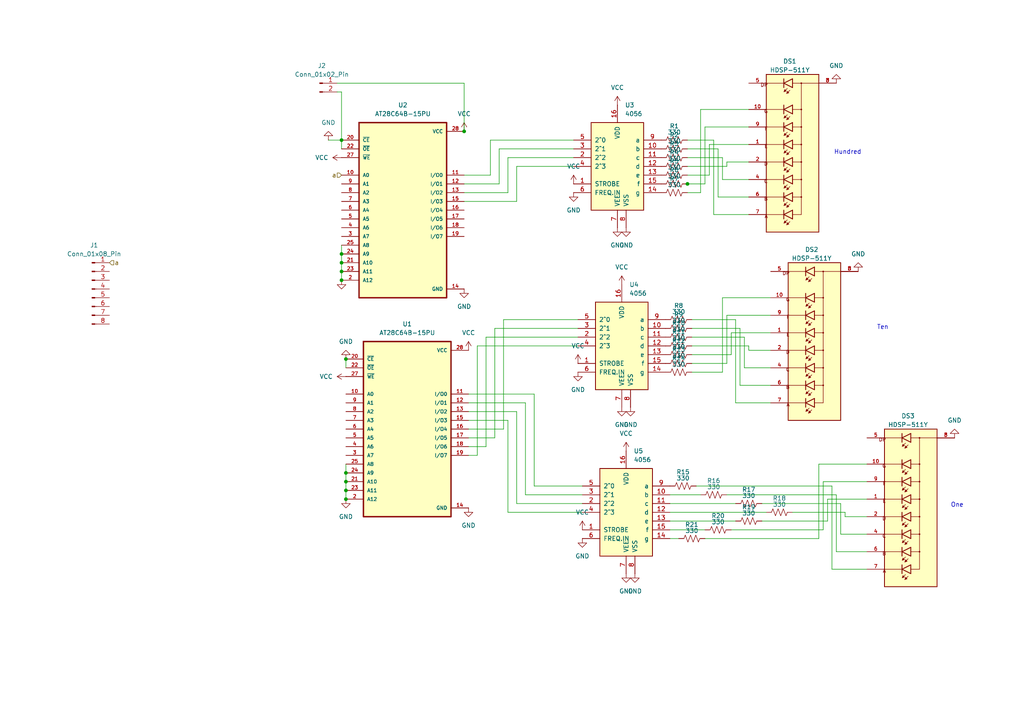
<source format=kicad_sch>
(kicad_sch (version 20231120) (generator "eeschema") (generator_version "8.0")
  (paper "A4")
  (lib_symbols
    (symbol "4xxx:4056" (pin_names (offset 1.016))
      (property "Reference" "U" (at -7.62 13.97 0))
      (property "Value" "4056" (at -7.62 -13.97 0))
      (symbol "4056_1_0"
        (pin input line (at -12.7 -5.08 0) (length 5.08) (name "STROBE") (number "1"))
        (pin output line (at 12.7 5.08 180) (length 5.08) (name "b") (number "10"))
        (pin output line (at 12.7 2.54 180) (length 5.08) (name "c") (number "11"))
        (pin output line (at 12.7 0 180) (length 5.08) (name "d") (number "12"))
        (pin output line (at 12.7 -2.54 180) (length 5.08) (name "e") (number "13"))
        (pin output line (at 12.7 -7.62 180) (length 5.08) (name "g") (number "14"))
        (pin output line (at 12.7 -5.08 180) (length 5.08) (name "f") (number "15"))
        (pin power_in line (at 0 17.78 270) (length 5.08) (name "VDD") (number "16"))
        (pin input line (at -12.7 2.54 0) (length 5.08) (name "2^2") (number "2"))
        (pin input line (at -12.7 5.08 0) (length 5.08) (name "2^1") (number "3"))
        (pin input line (at -12.7 0 0) (length 5.08) (name "2^3") (number "4"))
        (pin input line (at -12.7 7.62 0) (length 5.08) (name "2^0") (number "5"))
        (pin input line (at -12.7 -7.62 0) (length 5.08) (name "FREQ.IN") (number "6"))
        (pin power_in line (at 0 -17.78 90) (length 5.08) (name "VEE") (number "7"))
        (pin power_in line (at 2.54 -17.78 90) (length 5.08) (name "VSS") (number "8"))
        (pin output line (at 12.7 7.62 180) (length 5.08) (name "a") (number "9"))
      )
      (symbol "4056_1_1"
        (rectangle (start -7.62 12.7) (end 7.62 -12.7) (stroke (width 0.254)) (fill (type background)))
      )
    )
    (symbol "AT28C64B-15PU:AT28C64B-15PU" (pin_names (offset 1.016))
      (property "Reference" "U" (at -12.7 26.4 0))
      (property "Value" "AT28C64B-15PU" (at -12.7 -29.4 0))
      (symbol "AT28C64B-15PU_0_0"
        (rectangle (start -12.7 -25.4) (end 12.7 25.4) (stroke (width 0.41)) (fill (type background)))
        (pin input line (at -17.78 10.16 0) (length 5.08) (name "A0") (number "10"))
        (pin bidirectional line (at 17.78 10.16 180) (length 5.08) (name "I/O0") (number "11"))
        (pin bidirectional line (at 17.78 7.62 180) (length 5.08) (name "I/O1") (number "12"))
        (pin bidirectional line (at 17.78 5.08 180) (length 5.08) (name "I/O2") (number "13"))
        (pin power_in line (at 17.78 -22.86 180) (length 5.08) (name "GND") (number "14"))
        (pin bidirectional line (at 17.78 2.54 180) (length 5.08) (name "I/O3") (number "15"))
        (pin bidirectional line (at 17.78 0 180) (length 5.08) (name "I/O4") (number "16"))
        (pin bidirectional line (at 17.78 -2.54 180) (length 5.08) (name "I/O5") (number "17"))
        (pin bidirectional line (at 17.78 -5.08 180) (length 5.08) (name "I/O6") (number "18"))
        (pin bidirectional line (at 17.78 -7.62 180) (length 5.08) (name "I/O7") (number "19"))
        (pin input line (at -17.78 -20.32 0) (length 5.08) (name "A12") (number "2"))
        (pin input line (at -17.78 20.32 0) (length 5.08) (name "~{CE}") (number "20"))
        (pin input line (at -17.78 -15.24 0) (length 5.08) (name "A10") (number "21"))
        (pin input line (at -17.78 17.78 0) (length 5.08) (name "~{OE}") (number "22"))
        (pin input line (at -17.78 -17.78 0) (length 5.08) (name "A11") (number "23"))
        (pin input line (at -17.78 -12.7 0) (length 5.08) (name "A9") (number "24"))
        (pin input line (at -17.78 -10.16 0) (length 5.08) (name "A8") (number "25"))
        (pin input line (at -17.78 15.24 0) (length 5.08) (name "~{WE}") (number "27"))
        (pin power_in line (at 17.78 22.86 180) (length 5.08) (name "VCC") (number "28"))
        (pin input line (at -17.78 -7.62 0) (length 5.08) (name "A7") (number "3"))
        (pin input line (at -17.78 -5.08 0) (length 5.08) (name "A6") (number "4"))
        (pin input line (at -17.78 -2.54 0) (length 5.08) (name "A5") (number "5"))
        (pin input line (at -17.78 0 0) (length 5.08) (name "A4") (number "6"))
        (pin input line (at -17.78 2.54 0) (length 5.08) (name "A3") (number "7"))
        (pin input line (at -17.78 5.08 0) (length 5.08) (name "A2") (number "8"))
        (pin input line (at -17.78 7.62 0) (length 5.08) (name "A1") (number "9"))
      )
    )
    (symbol "Connector:Conn_01x02_Pin" (pin_names (offset 1.016) hide)
      (property "Reference" "J" (at 0 2.54 0))
      (property "Value" "Conn_01x02_Pin" (at 0 -5.08 0))
      (symbol "Conn_01x02_Pin_1_1"
        (polyline (pts (xy 1.27 -2.54) (xy 0.8636 -2.54)) (stroke (width 0.1524)))
        (polyline (pts (xy 1.27 0) (xy 0.8636 0)) (stroke (width 0.1524)))
        (rectangle (start 0.8636 -2.413) (end 0 -2.667) (stroke (width 0.1524)) (fill (type outline)))
        (rectangle (start 0.8636 0.127) (end 0 -0.127) (stroke (width 0.1524)) (fill (type outline)))
        (pin passive line (at 5.08 0 180) (length 3.81) (name "Pin_1") (number "1"))
        (pin passive line (at 5.08 -2.54 180) (length 3.81) (name "Pin_2") (number "2"))
      )
    )
    (symbol "Connector:Conn_01x08_Pin" (pin_names (offset 1.016) hide)
      (property "Reference" "J" (at 0 10.16 0))
      (property "Value" "Conn_01x08_Pin" (at 0 -12.7 0))
      (symbol "Conn_01x08_Pin_1_1"
        (polyline (pts (xy 1.27 -10.16) (xy 0.8636 -10.16)) (stroke (width 0.1524)))
        (polyline (pts (xy 1.27 -7.62) (xy 0.8636 -7.62)) (stroke (width 0.1524)))
        (polyline (pts (xy 1.27 -5.08) (xy 0.8636 -5.08)) (stroke (width 0.1524)))
        (polyline (pts (xy 1.27 -2.54) (xy 0.8636 -2.54)) (stroke (width 0.1524)))
        (polyline (pts (xy 1.27 0) (xy 0.8636 0)) (stroke (width 0.1524)))
        (polyline (pts (xy 1.27 2.54) (xy 0.8636 2.54)) (stroke (width 0.1524)))
        (polyline (pts (xy 1.27 5.08) (xy 0.8636 5.08)) (stroke (width 0.1524)))
        (polyline (pts (xy 1.27 7.62) (xy 0.8636 7.62)) (stroke (width 0.1524)))
        (rectangle (start 0.8636 -10.033) (end 0 -10.287) (stroke (width 0.1524)) (fill (type outline)))
        (rectangle (start 0.8636 -7.493) (end 0 -7.747) (stroke (width 0.1524)) (fill (type outline)))
        (rectangle (start 0.8636 -4.953) (end 0 -5.207) (stroke (width 0.1524)) (fill (type outline)))
        (rectangle (start 0.8636 -2.413) (end 0 -2.667) (stroke (width 0.1524)) (fill (type outline)))
        (rectangle (start 0.8636 0.127) (end 0 -0.127) (stroke (width 0.1524)) (fill (type outline)))
        (rectangle (start 0.8636 2.667) (end 0 2.413) (stroke (width 0.1524)) (fill (type outline)))
        (rectangle (start 0.8636 5.207) (end 0 4.953) (stroke (width 0.1524)) (fill (type outline)))
        (rectangle (start 0.8636 7.747) (end 0 7.493) (stroke (width 0.1524)) (fill (type outline)))
        (pin passive line (at 5.08 7.62 180) (length 3.81) (name "Pin_1") (number "1"))
        (pin passive line (at 5.08 5.08 180) (length 3.81) (name "Pin_2") (number "2"))
        (pin passive line (at 5.08 2.54 180) (length 3.81) (name "Pin_3") (number "3"))
        (pin passive line (at 5.08 0 180) (length 3.81) (name "Pin_4") (number "4"))
        (pin passive line (at 5.08 -2.54 180) (length 3.81) (name "Pin_5") (number "5"))
        (pin passive line (at 5.08 -5.08 180) (length 3.81) (name "Pin_6") (number "6"))
        (pin passive line (at 5.08 -7.62 180) (length 3.81) (name "Pin_7") (number "7"))
        (pin passive line (at 5.08 -10.16 180) (length 3.81) (name "Pin_8") (number "8"))
      )
    )
    (symbol "Device:R_US" (pin_numbers hide) (pin_names (offset 0))
      (property "Reference" "R" (at 2.54 0 90))
      (property "Value" "R_US" (at -2.54 0 90))
      (symbol "R_US_0_1"
        (polyline (pts (xy 0 -2.286) (xy 0 -2.54)))
        (polyline (pts (xy 0 2.286) (xy 0 2.54)))
        (polyline (pts (xy 0 -0.762) (xy 1.016 -1.143) (xy 0 -1.524) (xy -1.016 -1.905) (xy 0 -2.286)))
        (polyline (pts (xy 0 0.762) (xy 1.016 0.381) (xy 0 0) (xy -1.016 -0.381) (xy 0 -0.762)))
        (polyline (pts (xy 0 2.286) (xy 1.016 1.905) (xy 0 1.524) (xy -1.016 1.143) (xy 0 0.762)))
      )
      (symbol "R_US_1_1"
        (pin passive line (at 0 3.81 270) (length 1.27) (name "~") (number "1"))
        (pin passive line (at 0 -3.81 90) (length 1.27) (name "~") (number "2"))
      )
    )
    (symbol "HDSP-511Y:HDSP-511Y" (pin_names (offset 1.016))
      (property "Reference" "DS" (at -7.62 24.13 0))
      (property "Value" "HDSP-511Y" (at -7.62 -24.13 0))
      (symbol "HDSP-511Y_0_0"
        (rectangle (start -7.62 -22.86) (end 7.62 22.86) (stroke (width 0.254)) (fill (type background)))
        (circle (center -2.54 -20.32) (radius 0.1524) (stroke (width 0.1778)))
        (circle (center -2.54 -12.7) (radius 0.1524) (stroke (width 0.1778)))
        (circle (center -2.54 -7.62) (radius 0.1524) (stroke (width 0.1778)))
        (circle (center -2.54 -2.54) (radius 0.1524) (stroke (width 0.1778)))
        (circle (center -2.54 2.54) (radius 0.1524) (stroke (width 0.1778)))
        (circle (center -2.54 7.62) (radius 0.1524) (stroke (width 0.1778)))
        (circle (center -2.54 12.7) (radius 0.1524) (stroke (width 0.1778)))
        (polyline (pts (xy -2.54 -20.32) (xy -7.62 -20.32)) (stroke (width 0.1524)))
        (polyline (pts (xy -2.54 17.78) (xy -2.54 -20.32)) (stroke (width 0.1524)))
        (polyline (pts (xy 0 -21.59) (xy 2.54 -20.32)) (stroke (width 0.254)))
        (polyline (pts (xy 0 -20.32) (xy -2.54 -20.32)) (stroke (width 0.1524)))
        (polyline (pts (xy 0 -19.05) (xy 0 -21.59)) (stroke (width 0.254)))
        (polyline (pts (xy 0 -13.97) (xy 2.54 -12.7)) (stroke (width 0.254)))
        (polyline (pts (xy 0 -12.7) (xy -2.54 -12.7)) (stroke (width 0.1524)))
        (polyline (pts (xy 0 -11.43) (xy 0 -13.97)) (stroke (width 0.254)))
        (polyline (pts (xy 0 -8.89) (xy 2.54 -7.62)) (stroke (width 0.254)))
        (polyline (pts (xy 0 -7.62) (xy -2.54 -7.62)) (stroke (width 0.1524)))
        (polyline (pts (xy 0 -6.35) (xy 0 -8.89)) (stroke (width 0.254)))
        (polyline (pts (xy 0 -3.81) (xy 2.54 -2.54)) (stroke (width 0.254)))
        (polyline (pts (xy 0 -2.54) (xy -2.54 -2.54)) (stroke (width 0.1524)))
        (polyline (pts (xy 0 -1.27) (xy 0 -3.81)) (stroke (width 0.254)))
        (polyline (pts (xy 0 1.27) (xy 2.54 2.54)) (stroke (width 0.254)))
        (polyline (pts (xy 0 2.54) (xy -2.54 2.54)) (stroke (width 0.1524)))
        (polyline (pts (xy 0 3.81) (xy 0 1.27)) (stroke (width 0.254)))
        (polyline (pts (xy 0 6.35) (xy 2.54 7.62)) (stroke (width 0.254)))
        (polyline (pts (xy 0 7.62) (xy -2.54 7.62)) (stroke (width 0.1524)))
        (polyline (pts (xy 0 8.89) (xy 0 6.35)) (stroke (width 0.254)))
        (polyline (pts (xy 0 11.43) (xy 2.54 12.7)) (stroke (width 0.254)))
        (polyline (pts (xy 0 12.7) (xy -2.54 12.7)) (stroke (width 0.1524)))
        (polyline (pts (xy 0 13.97) (xy 0 11.43)) (stroke (width 0.254)))
        (polyline (pts (xy 0 16.51) (xy 2.54 17.78)) (stroke (width 0.254)))
        (polyline (pts (xy 0 17.78) (xy -2.54 17.78)) (stroke (width 0.1524)))
        (polyline (pts (xy 0 19.05) (xy 0 16.51)) (stroke (width 0.254)))
        (polyline (pts (xy 0.762 -18.288) (xy 1.27 -17.78)) (stroke (width 0.1524)))
        (polyline (pts (xy 0.762 -10.668) (xy 1.27 -10.16)) (stroke (width 0.1524)))
        (polyline (pts (xy 0.762 -5.588) (xy 1.27 -5.08)) (stroke (width 0.1524)))
        (polyline (pts (xy 0.762 -0.508) (xy 1.27 0)) (stroke (width 0.1524)))
        (polyline (pts (xy 0.762 4.572) (xy 1.27 5.08)) (stroke (width 0.1524)))
        (polyline (pts (xy 0.762 9.652) (xy 1.27 10.16)) (stroke (width 0.1524)))
        (polyline (pts (xy 0.762 14.732) (xy 1.27 15.24)) (stroke (width 0.1524)))
        (polyline (pts (xy 0.762 19.812) (xy 1.27 20.32)) (stroke (width 0.1524)))
        (polyline (pts (xy 1.524 -18.796) (xy 2.032 -18.288)) (stroke (width 0.1524)))
        (polyline (pts (xy 1.524 -11.176) (xy 2.032 -10.668)) (stroke (width 0.1524)))
        (polyline (pts (xy 1.524 -6.096) (xy 2.032 -5.588)) (stroke (width 0.1524)))
        (polyline (pts (xy 1.524 -1.016) (xy 2.032 -0.508)) (stroke (width 0.1524)))
        (polyline (pts (xy 1.524 4.064) (xy 2.032 4.572)) (stroke (width 0.1524)))
        (polyline (pts (xy 1.524 9.144) (xy 2.032 9.652)) (stroke (width 0.1524)))
        (polyline (pts (xy 1.524 14.224) (xy 2.032 14.732)) (stroke (width 0.1524)))
        (polyline (pts (xy 1.524 19.304) (xy 2.032 19.812)) (stroke (width 0.1524)))
        (polyline (pts (xy 2.54 -20.32) (xy 0 -19.05)) (stroke (width 0.254)))
        (polyline (pts (xy 2.54 -20.32) (xy 2.54 -21.59)) (stroke (width 0.254)))
        (polyline (pts (xy 2.54 -19.05) (xy 2.54 -20.32)) (stroke (width 0.254)))
        (polyline (pts (xy 2.54 -12.7) (xy 0 -11.43)) (stroke (width 0.254)))
        (polyline (pts (xy 2.54 -12.7) (xy 2.54 -13.97)) (stroke (width 0.254)))
        (polyline (pts (xy 2.54 -11.43) (xy 2.54 -12.7)) (stroke (width 0.254)))
        (polyline (pts (xy 2.54 -7.62) (xy 0 -6.35)) (stroke (width 0.254)))
        (polyline (pts (xy 2.54 -7.62) (xy 2.54 -8.89)) (stroke (width 0.254)))
        (polyline (pts (xy 2.54 -6.35) (xy 2.54 -7.62)) (stroke (width 0.254)))
        (polyline (pts (xy 2.54 -2.54) (xy 0 -1.27)) (stroke (width 0.254)))
        (polyline (pts (xy 2.54 -2.54) (xy 2.54 -3.81)) (stroke (width 0.254)))
        (polyline (pts (xy 2.54 -1.27) (xy 2.54 -2.54)) (stroke (width 0.254)))
        (polyline (pts (xy 2.54 2.54) (xy 0 3.81)) (stroke (width 0.254)))
        (polyline (pts (xy 2.54 2.54) (xy 2.54 1.27)) (stroke (width 0.254)))
        (polyline (pts (xy 2.54 3.81) (xy 2.54 2.54)) (stroke (width 0.254)))
        (polyline (pts (xy 2.54 7.62) (xy 0 8.89)) (stroke (width 0.254)))
        (polyline (pts (xy 2.54 7.62) (xy 2.54 6.35)) (stroke (width 0.254)))
        (polyline (pts (xy 2.54 8.89) (xy 2.54 7.62)) (stroke (width 0.254)))
        (polyline (pts (xy 2.54 12.7) (xy 0 13.97)) (stroke (width 0.254)))
        (polyline (pts (xy 2.54 12.7) (xy 2.54 11.43)) (stroke (width 0.254)))
        (polyline (pts (xy 2.54 13.97) (xy 2.54 12.7)) (stroke (width 0.254)))
        (polyline (pts (xy 2.54 17.78) (xy 0 19.05)) (stroke (width 0.254)))
        (polyline (pts (xy 2.54 17.78) (xy 2.54 16.51)) (stroke (width 0.254)))
        (polyline (pts (xy 2.54 19.05) (xy 2.54 17.78)) (stroke (width 0.254)))
        (polyline (pts (xy 7.62 -20.32) (xy 2.54 -20.32)) (stroke (width 0.1524)))
        (polyline (pts (xy 7.62 -12.7) (xy 2.54 -12.7)) (stroke (width 0.1524)))
        (polyline (pts (xy 7.62 -7.62) (xy 2.54 -7.62)) (stroke (width 0.1524)))
        (polyline (pts (xy 7.62 -2.54) (xy 2.54 -2.54)) (stroke (width 0.1524)))
        (polyline (pts (xy 7.62 2.54) (xy 2.54 2.54)) (stroke (width 0.1524)))
        (polyline (pts (xy 7.62 7.62) (xy 2.54 7.62)) (stroke (width 0.1524)))
        (polyline (pts (xy 7.62 12.7) (xy 2.54 12.7)) (stroke (width 0.1524)))
        (polyline (pts (xy 7.62 17.78) (xy 2.54 17.78)) (stroke (width 0.1524)))
        (polyline (pts (xy 1.016 -17.526) (xy 1.524 -18.034) (xy 1.778 -17.272) (xy 1.016 -17.526)) (stroke (width 0.0254)) (fill (type outline)))
        (polyline (pts (xy 1.016 -9.906) (xy 1.524 -10.414) (xy 1.778 -9.652) (xy 1.016 -9.906)) (stroke (width 0.0254)) (fill (type outline)))
        (polyline (pts (xy 1.016 -4.826) (xy 1.524 -5.334) (xy 1.778 -4.572) (xy 1.016 -4.826)) (stroke (width 0.0254)) (fill (type outline)))
        (polyline (pts (xy 1.016 0.254) (xy 1.524 -0.254) (xy 1.778 0.508) (xy 1.016 0.254)) (stroke (width 0.0254)) (fill (type outline)))
        (polyline (pts (xy 1.016 5.334) (xy 1.524 4.826) (xy 1.778 5.588) (xy 1.016 5.334)) (stroke (width 0.0254)) (fill (type outline)))
        (polyline (pts (xy 1.016 10.414) (xy 1.524 9.906) (xy 1.778 10.668) (xy 1.016 10.414)) (stroke (width 0.0254)) (fill (type outline)))
        (polyline (pts (xy 1.016 15.494) (xy 1.524 14.986) (xy 1.778 15.748) (xy 1.016 15.494)) (stroke (width 0.0254)) (fill (type outline)))
        (polyline (pts (xy 1.016 20.574) (xy 1.524 20.066) (xy 1.778 20.828) (xy 1.016 20.574)) (stroke (width 0.0254)) (fill (type outline)))
        (polyline (pts (xy 1.778 -18.034) (xy 2.286 -18.542) (xy 2.54 -17.78) (xy 1.778 -18.034)) (stroke (width 0.0254)) (fill (type outline)))
        (polyline (pts (xy 1.778 -10.414) (xy 2.286 -10.922) (xy 2.54 -10.16) (xy 1.778 -10.414)) (stroke (width 0.0254)) (fill (type outline)))
        (polyline (pts (xy 1.778 -5.334) (xy 2.286 -5.842) (xy 2.54 -5.08) (xy 1.778 -5.334)) (stroke (width 0.0254)) (fill (type outline)))
        (polyline (pts (xy 1.778 -0.254) (xy 2.286 -0.762) (xy 2.54 0) (xy 1.778 -0.254)) (stroke (width 0.0254)) (fill (type outline)))
        (polyline (pts (xy 1.778 4.826) (xy 2.286 4.318) (xy 2.54 5.08) (xy 1.778 4.826)) (stroke (width 0.0254)) (fill (type outline)))
        (polyline (pts (xy 1.778 9.906) (xy 2.286 9.398) (xy 2.54 10.16) (xy 1.778 9.906)) (stroke (width 0.0254)) (fill (type outline)))
        (polyline (pts (xy 1.778 14.986) (xy 2.286 14.478) (xy 2.54 15.24) (xy 1.778 14.986)) (stroke (width 0.0254)) (fill (type outline)))
        (polyline (pts (xy 1.778 20.066) (xy 2.286 19.558) (xy 2.54 20.32) (xy 1.778 20.066)) (stroke (width 0.0254)) (fill (type outline)))
        (text "A" (at 7.112 18.288 0) (effects (font (size 1.016 1.016)) (justify left)))
        (text "B" (at 7.112 13.208 0) (effects (font (size 1.016 1.016)) (justify left)))
        (text "C" (at 7.112 8.128 0) (effects (font (size 1.016 1.016)) (justify left)))
        (text "D" (at 7.112 3.048 0) (effects (font (size 1.016 1.016)) (justify left)))
        (text "DP" (at 7.112 -19.812 0) (effects (font (size 1.016 1.016)) (justify left)))
        (text "E" (at 7.112 -2.032 0) (effects (font (size 1.016 1.016)) (justify left)))
        (text "F" (at 7.112 -7.112 0) (effects (font (size 1.016 1.016)) (justify left)))
        (text "G" (at 7.112 -12.192 0) (effects (font (size 1.016 1.016)) (justify left)))
        (pin passive line (at 12.7 -2.54 180) (length 5.08) (name "~") (number "1"))
        (pin passive line (at 12.7 -12.7 180) (length 5.08) (name "~") (number "10"))
        (pin passive line (at 12.7 2.54 180) (length 5.08) (name "~") (number "2"))
        (pin passive line (at -12.7 -20.32 0) (length 5.08) (name "~") (number "3"))
        (pin passive line (at 12.7 7.62 180) (length 5.08) (name "~") (number "4"))
        (pin passive line (at 12.7 -20.32 180) (length 5.08) (name "~") (number "5"))
        (pin passive line (at 12.7 12.7 180) (length 5.08) (name "~") (number "6"))
        (pin passive line (at 12.7 17.78 180) (length 5.08) (name "~") (number "7"))
        (pin passive line (at -12.7 -20.32 0) (length 5.08) (name "~") (number "8"))
        (pin passive line (at 12.7 -7.62 180) (length 5.08) (name "~") (number "9"))
      )
    )
    (symbol "power:GND" (power) (pin_numbers hide) (pin_names (offset 0) hide)
      (property "Value" "GND" (at 0 -3.81 0))
      (symbol "GND_0_1"
        (polyline (pts (xy 0 0) (xy 0 -1.27) (xy 1.27 -1.27) (xy 0 -2.54) (xy -1.27 -1.27) (xy 0 -1.27)))
      )
      (symbol "GND_1_1"
        (pin power_in line (at 0 0 270) (length 0) (name "~") (number "1"))
      )
    )
    (symbol "power:VCC" (power) (pin_numbers hide) (pin_names (offset 0) hide)
      (property "Value" "VCC" (at 0 3.556 0))
      (symbol "VCC_0_1"
        (polyline (pts (xy -0.762 1.27) (xy 0 2.54)))
        (polyline (pts (xy 0 0) (xy 0 2.54)))
        (polyline (pts (xy 0 2.54) (xy 0.762 1.27)))
      )
      (symbol "VCC_1_1"
        (pin power_in line (at 0 0 90) (length 0) (name "~") (number "1"))
      )
    )
  )
  (junction (at 134.62 38.1))
  (junction (at 100.33 104.14))
  (junction (at 99.06 81.28))
  (junction (at 199.39 53.34))
  (junction (at 99.06 40.64))
  (junction (at 99.06 73.66))
  (junction (at 100.33 144.78))
  (junction (at 100.33 142.24))
  (junction (at 99.06 76.2))
  (junction (at 100.33 137.16))
  (junction (at 99.06 78.74))
  (junction (at 100.33 139.7))
  (wire (pts (xy 194.31 156.21) (xy 196.85 156.21)))
  (wire (pts (xy 210.82 46.99) (xy 217.17 46.99)))
  (wire (pts (xy 210.82 105.41) (xy 210.82 91.44)))
  (wire (pts (xy 135.89 124.46) (xy 146.05 124.46)))
  (wire (pts (xy 147.32 55.88) (xy 147.32 45.72)))
  (wire (pts (xy 209.55 86.36) (xy 223.52 86.36)))
  (wire (pts (xy 200.66 92.71) (xy 213.36 92.71)))
  (wire (pts (xy 200.66 100.33) (xy 217.17 100.33)))
  (wire (pts (xy 135.89 127) (xy 143.51 127)))
  (wire (pts (xy 140.97 97.79) (xy 167.64 97.79)))
  (wire (pts (xy 207.01 40.64) (xy 207.01 62.23)))
  (wire (pts (xy 209.55 107.95) (xy 209.55 86.36)))
  (wire (pts (xy 138.43 132.08) (xy 138.43 100.33)))
  (wire (pts (xy 147.32 121.92) (xy 147.32 148.59)))
  (wire (pts (xy 209.55 45.72) (xy 209.55 52.07)))
  (wire (pts (xy 134.62 58.42) (xy 149.86 58.42)))
  (wire (pts (xy 149.86 58.42) (xy 149.86 48.26)))
  (wire (pts (xy 220.98 151.13) (xy 240.03 151.13)))
  (wire (pts (xy 199.39 55.88) (xy 203.2 55.88)))
  (wire (pts (xy 207.01 62.23) (xy 217.17 62.23)))
  (wire (pts (xy 152.4 116.84) (xy 152.4 143.51)))
  (wire (pts (xy 215.9 97.79) (xy 215.9 106.68)))
  (wire (pts (xy 138.43 132.08) (xy 135.89 132.08)))
  (wire (pts (xy 208.28 43.18) (xy 208.28 57.15)))
  (wire (pts (xy 199.39 40.64) (xy 207.01 40.64)))
  (wire (pts (xy 245.11 149.86) (xy 251.46 149.86)))
  (wire (pts (xy 200.66 102.87) (xy 212.09 102.87)))
  (wire (pts (xy 204.47 36.83) (xy 217.17 36.83)))
  (wire (pts (xy 194.31 151.13) (xy 213.36 151.13)))
  (wire (pts (xy 99.06 40.64) (xy 99.06 26.67)))
  (wire (pts (xy 135.89 116.84) (xy 152.4 116.84)))
  (wire (pts (xy 200.66 97.79) (xy 215.9 97.79)))
  (wire (pts (xy 200.66 105.41) (xy 210.82 105.41)))
  (wire (pts (xy 213.36 116.84) (xy 223.52 116.84)))
  (wire (pts (xy 99.06 26.67) (xy 97.79 26.67)))
  (wire (pts (xy 99.06 73.66) (xy 99.06 76.2)))
  (wire (pts (xy 100.33 142.24) (xy 100.33 144.78)))
  (wire (pts (xy 134.62 55.88) (xy 147.32 55.88)))
  (wire (pts (xy 140.97 129.54) (xy 140.97 97.79)))
  (wire (pts (xy 238.76 153.67) (xy 238.76 139.7)))
  (wire (pts (xy 134.62 53.34) (xy 144.78 53.34)))
  (wire (pts (xy 100.33 104.14) (xy 100.33 106.68)))
  (wire (pts (xy 205.74 50.8) (xy 205.74 41.91)))
  (wire (pts (xy 214.63 111.76) (xy 223.52 111.76)))
  (wire (pts (xy 210.82 91.44) (xy 223.52 91.44)))
  (wire (pts (xy 99.06 71.12) (xy 99.06 73.66)))
  (wire (pts (xy 147.32 45.72) (xy 166.37 45.72)))
  (wire (pts (xy 240.03 144.78) (xy 251.46 144.78)))
  (wire (pts (xy 200.66 95.25) (xy 214.63 95.25)))
  (wire (pts (xy 217.17 101.6) (xy 223.52 101.6)))
  (wire (pts (xy 100.33 137.16) (xy 100.33 139.7)))
  (wire (pts (xy 237.49 156.21) (xy 237.49 134.62)))
  (wire (pts (xy 144.78 43.18) (xy 166.37 43.18)))
  (wire (pts (xy 243.84 146.05) (xy 243.84 154.94)))
  (wire (pts (xy 154.94 140.97) (xy 168.91 140.97)))
  (wire (pts (xy 212.09 153.67) (xy 238.76 153.67)))
  (wire (pts (xy 135.89 114.3) (xy 154.94 114.3)))
  (wire (pts (xy 199.2755 53.34) (xy 199.39 53.34)))
  (wire (pts (xy 100.33 134.62) (xy 100.33 137.16)))
  (wire (pts (xy 134.62 50.8) (xy 142.24 50.8)))
  (wire (pts (xy 199.39 45.72) (xy 209.55 45.72)))
  (wire (pts (xy 229.87 148.59) (xy 245.11 148.59)))
  (wire (pts (xy 194.31 148.59) (xy 222.25 148.59)))
  (wire (pts (xy 220.98 146.05) (xy 243.84 146.05)))
  (wire (pts (xy 149.86 146.05) (xy 168.91 146.05)))
  (wire (pts (xy 214.63 95.25) (xy 214.63 111.76)))
  (wire (pts (xy 144.78 53.34) (xy 144.78 43.18)))
  (wire (pts (xy 147.32 148.59) (xy 168.91 148.59)))
  (wire (pts (xy 142.24 50.8) (xy 142.24 40.64)))
  (wire (pts (xy 146.05 92.71) (xy 167.64 92.71)))
  (wire (pts (xy 243.84 154.94) (xy 251.46 154.94)))
  (wire (pts (xy 99.06 40.64) (xy 99.06 43.18)))
  (wire (pts (xy 154.94 114.3) (xy 154.94 140.97)))
  (wire (pts (xy 201.93 140.97) (xy 241.3 140.97)))
  (wire (pts (xy 100.33 139.7) (xy 100.33 142.24)))
  (wire (pts (xy 143.51 127) (xy 143.51 95.25)))
  (wire (pts (xy 149.86 48.26) (xy 166.37 48.26)))
  (wire (pts (xy 212.09 102.87) (xy 212.09 96.52)))
  (wire (pts (xy 99.06 78.74) (xy 99.06 81.28)))
  (wire (pts (xy 135.89 119.38) (xy 149.86 119.38)))
  (wire (pts (xy 134.62 38.1) (xy 134.62 24.13)))
  (wire (pts (xy 204.47 53.34) (xy 204.47 36.83)))
  (wire (pts (xy 217.17 100.33) (xy 217.17 101.6)))
  (wire (pts (xy 242.57 160.02) (xy 251.46 160.02)))
  (wire (pts (xy 213.36 92.71) (xy 213.36 116.84)))
  (wire (pts (xy 199.39 50.8) (xy 205.74 50.8)))
  (wire (pts (xy 200.66 107.95) (xy 209.55 107.95)))
  (wire (pts (xy 199.39 43.18) (xy 208.28 43.18)))
  (wire (pts (xy 204.47 156.21) (xy 237.49 156.21)))
  (wire (pts (xy 95.25 40.64) (xy 99.06 40.64)))
  (wire (pts (xy 205.74 41.91) (xy 217.17 41.91)))
  (wire (pts (xy 241.3 165.1) (xy 251.46 165.1)))
  (wire (pts (xy 212.09 96.52) (xy 223.52 96.52)))
  (wire (pts (xy 194.31 153.67) (xy 204.47 153.67)))
  (wire (pts (xy 199.39 48.26) (xy 210.82 48.26)))
  (wire (pts (xy 242.57 143.51) (xy 242.57 160.02)))
  (wire (pts (xy 203.2 55.88) (xy 203.2 31.75)))
  (wire (pts (xy 199.39 53.34) (xy 204.47 53.34)))
  (wire (pts (xy 143.51 95.25) (xy 167.64 95.25)))
  (wire (pts (xy 140.97 129.54) (xy 135.89 129.54)))
  (wire (pts (xy 238.76 139.7) (xy 251.46 139.7)))
  (wire (pts (xy 240.03 151.13) (xy 240.03 144.78)))
  (wire (pts (xy 209.55 52.07) (xy 217.17 52.07)))
  (wire (pts (xy 241.3 140.97) (xy 241.3 165.1)))
  (wire (pts (xy 210.82 46.99) (xy 210.82 48.26)))
  (wire (pts (xy 146.05 124.46) (xy 146.05 92.71)))
  (wire (pts (xy 245.11 148.59) (xy 245.11 149.86)))
  (wire (pts (xy 97.79 24.13) (xy 134.62 24.13)))
  (wire (pts (xy 142.24 40.64) (xy 166.37 40.64)))
  (wire (pts (xy 215.9 106.68) (xy 223.52 106.68)))
  (wire (pts (xy 152.4 143.51) (xy 168.91 143.51)))
  (wire (pts (xy 203.2 31.75) (xy 217.17 31.75)))
  (wire (pts (xy 138.43 100.33) (xy 167.64 100.33)))
  (wire (pts (xy 194.31 146.05) (xy 213.36 146.05)))
  (wire (pts (xy 135.89 121.92) (xy 147.32 121.92)))
  (wire (pts (xy 237.49 134.62) (xy 251.46 134.62)))
  (wire (pts (xy 99.06 76.2) (xy 99.06 78.74)))
  (wire (pts (xy 194.31 143.51) (xy 203.2 143.51)))
  (wire (pts (xy 149.86 119.38) (xy 149.86 146.05)))
  (wire (pts (xy 210.82 143.51) (xy 242.57 143.51)))
  (wire (pts (xy 208.28 57.15) (xy 217.17 57.15)))
  (text "Ten" (at 256.032 94.996 0) (effects (font (size 1.27 1.27))))
  (text "One" (at 277.622 146.558 0) (effects (font (size 1.27 1.27))))
  (text "Hundred" (at 245.872 44.196 0) (effects (font (size 1.27 1.27))))
  (hierarchical_label "a" (shape input) (at 31.75 76.2 0))
  (hierarchical_label "a" (shape input) (at 99.06 50.8 180))
  (symbol (lib_id "Device:R_US") (at 200.66 156.21 90) (unit 1)
    (property "Reference" "R21" (at 200.66 152.146 90))
    (property "Value" "330" (at 200.66 153.924 90))
    (property "Footprint" "Resistor_THT:R_Axial_DIN0204_L3.6mm_D1.6mm_P1.90mm_Vertical" (effects (hide yes)))
    (property "Description" "Resistor, US symbol" (effects (hide yes)))
  )
  (symbol (lib_id "power:VCC") (at 166.37 53.34 0) (unit 1)
    (property "Reference" "#PWR026" (effects (hide yes)))
    (property "Value" "VCC" (at 166.37 48.26 0))
    (property "Description" "Power symbol creates a global label with name \"VCC\"" (effects (hide yes)))
  )
  (symbol (lib_id "AT28C64B-15PU:AT28C64B-15PU") (at 116.84 60.96 0) (unit 1)
    (property "Reference" "U2" (at 116.84 30.48 0))
    (property "Value" "AT28C64B-15PU" (at 116.84 33.02 0))
    (property "Footprint" "AT28C64B-15PU:DIP1555W45P254L3733H482Q28" (effects (hide yes)))
    (property "MF" "Microchip" (effects (hide yes)))
    (property "MAXIMUM_PACKAGE_HEIGHT" "4.826 mm" (effects (hide yes)))
    (property "Package" "DIP-28 Atmel" (effects (hide yes)))
    (property "Price" "None" (effects (hide yes)))
    (property "Check_prices" "https://www.snapeda.com/parts/AT28C64B-15PU/Microchip/view-part/?ref=eda" (effects (hide yes)))
    (property "STANDARD" "IPC 7351B" (effects (hide yes)))
    (property "PARTREV" "B" (effects (hide yes)))
    (property "SnapEDA_Link" "https://www.snapeda.com/parts/AT28C64B-15PU/Microchip/view-part/?ref=snap" (effects (hide yes)))
    (property "MP" "AT28C64B-15PU" (effects (hide yes)))
    (property "Description_1" "\n                        \n                            AT28C64B-15PU Parallel EEPROM Memory, 64kbit, 150ns, 4.5 to 5.5 V 28-Pin PDIP | Microchip Technology Inc. AT28C64B-15PU\n                        \n" (effects (hide yes)))
    (property "Availability" "In Stock" (effects (hide yes)))
    (property "MANUFACTURER" "Microchip Technology" (effects (hide yes)))
  )
  (symbol (lib_id "power:VCC") (at 135.89 101.6 0) (unit 1)
    (property "Reference" "#PWR07" (effects (hide yes)))
    (property "Value" "VCC" (at 135.89 96.52 0))
    (property "Description" "Power symbol creates a global label with name \"VCC\"" (effects (hide yes)))
  )
  (symbol (lib_id "power:GND") (at 242.57 24.13 180) (unit 1)
    (property "Reference" "#PWR011" (effects (hide yes)))
    (property "Value" "GND" (at 242.57 19.05 0))
    (property "Description" "Power symbol creates a global label with name \"GND\" , ground" (effects (hide yes)))
  )
  (symbol (lib_id "power:VCC") (at 181.61 130.81 0) (unit 1)
    (property "Reference" "#PWR022" (effects (hide yes)))
    (property "Value" "VCC" (at 181.61 125.73 0))
    (property "Description" "Power symbol creates a global label with name \"VCC\"" (effects (hide yes)))
  )
  (symbol (lib_id "power:GND") (at 135.89 147.32 0) (unit 1)
    (property "Reference" "#PWR04" (effects (hide yes)))
    (property "Value" "GND" (at 135.89 152.4 0))
    (property "Description" "Power symbol creates a global label with name \"GND\" , ground" (effects (hide yes)))
  )
  (symbol (lib_id "power:VCC") (at 99.06 45.72 90) (unit 1)
    (property "Reference" "#PWR016" (effects (hide yes)))
    (property "Value" "VCC" (at 95.25 45.7199 90) (effects (justify left)))
    (property "Description" "Power symbol creates a global label with name \"VCC\"" (effects (hide yes)))
  )
  (symbol (lib_id "Device:R_US") (at 196.85 97.79 90) (unit 1)
    (property "Reference" "R10" (at 196.85 93.726 90))
    (property "Value" "330" (at 196.85 95.504 90))
    (property "Footprint" "Resistor_THT:R_Axial_DIN0204_L3.6mm_D1.6mm_P1.90mm_Vertical" (effects (hide yes)))
    (property "Description" "Resistor, US symbol" (effects (hide yes)))
  )
  (symbol (lib_id "power:GND") (at 179.07 66.04 0) (unit 1)
    (property "Reference" "#PWR01" (effects (hide yes)))
    (property "Value" "GND" (at 179.07 71.12 0))
    (property "Description" "Power symbol creates a global label with name \"GND\" , ground" (effects (hide yes)))
  )
  (symbol (lib_id "Device:R_US") (at 195.58 40.64 90) (unit 1)
    (property "Reference" "R1" (at 195.58 36.576 90))
    (property "Value" "330" (at 195.58 38.354 90))
    (property "Footprint" "Resistor_THT:R_Axial_DIN0204_L3.6mm_D1.6mm_P1.90mm_Vertical" (effects (hide yes)))
    (property "Description" "Resistor, US symbol" (effects (hide yes)))
  )
  (symbol (lib_id "Device:R_US") (at 196.85 92.71 90) (unit 1)
    (property "Reference" "R8" (at 196.85 88.646 90))
    (property "Value" "330" (at 196.85 90.424 90))
    (property "Footprint" "Resistor_THT:R_Axial_DIN0204_L3.6mm_D1.6mm_P1.90mm_Vertical" (effects (hide yes)))
    (property "Description" "Resistor, US symbol" (effects (hide yes)))
  )
  (symbol (lib_id "power:GND") (at 168.91 156.21 0) (unit 1)
    (property "Reference" "#PWR023" (effects (hide yes)))
    (property "Value" "GND" (at 168.91 161.29 0))
    (property "Description" "Power symbol creates a global label with name \"GND\" , ground" (effects (hide yes)))
  )
  (symbol (lib_id "power:VCC") (at 168.91 153.67 0) (unit 1)
    (property "Reference" "#PWR028" (effects (hide yes)))
    (property "Value" "VCC" (at 168.91 148.59 0))
    (property "Description" "Power symbol creates a global label with name \"VCC\"" (effects (hide yes)))
  )
  (symbol (lib_id "Device:R_US") (at 195.58 50.8 90) (unit 1)
    (property "Reference" "R5" (at 195.58 46.736 90))
    (property "Value" "330" (at 195.58 48.514 90))
    (property "Footprint" "Resistor_THT:R_Axial_DIN0204_L3.6mm_D1.6mm_P1.90mm_Vertical" (effects (hide yes)))
    (property "Description" "Resistor, US symbol" (effects (hide yes)))
  )
  (symbol (lib_id "Device:R_US") (at 208.28 153.67 90) (unit 1)
    (property "Reference" "R20" (at 208.28 149.606 90))
    (property "Value" "330" (at 208.28 151.384 90))
    (property "Footprint" "Resistor_THT:R_Axial_DIN0204_L3.6mm_D1.6mm_P1.90mm_Vertical" (effects (hide yes)))
    (property "Description" "Resistor, US symbol" (effects (hide yes)))
  )
  (symbol (lib_id "Device:R_US") (at 195.58 55.88 90) (unit 1)
    (property "Reference" "R7" (at 195.58 51.816 90))
    (property "Value" "330" (at 195.58 53.594 90))
    (property "Footprint" "Resistor_THT:R_Axial_DIN0204_L3.6mm_D1.6mm_P1.90mm_Vertical" (effects (hide yes)))
    (property "Description" "Resistor, US symbol" (effects (hide yes)))
  )
  (symbol (lib_id "power:GND") (at 180.34 118.11 0) (unit 1)
    (property "Reference" "#PWR03" (effects (hide yes)))
    (property "Value" "GND" (at 180.34 123.19 0))
    (property "Description" "Power symbol creates a global label with name \"GND\" , ground" (effects (hide yes)))
  )
  (symbol (lib_id "power:GND") (at 248.92 78.74 180) (unit 1)
    (property "Reference" "#PWR018" (effects (hide yes)))
    (property "Value" "GND" (at 248.92 73.66 0))
    (property "Description" "Power symbol creates a global label with name \"GND\" , ground" (effects (hide yes)))
  )
  (symbol (lib_id "power:GND") (at 166.37 55.88 0) (unit 1)
    (property "Reference" "#PWR025" (effects (hide yes)))
    (property "Value" "GND" (at 166.37 60.96 0))
    (property "Description" "Power symbol creates a global label with name \"GND\" , ground" (effects (hide yes)))
  )
  (symbol (lib_id "power:VCC") (at 100.33 109.22 90) (unit 1)
    (property "Reference" "#PWR017" (effects (hide yes)))
    (property "Value" "VCC" (at 96.52 109.2199 90) (effects (justify left)))
    (property "Description" "Power symbol creates a global label with name \"VCC\"" (effects (hide yes)))
  )
  (symbol (lib_id "power:GND") (at 167.64 107.95 0) (unit 1)
    (property "Reference" "#PWR024" (effects (hide yes)))
    (property "Value" "GND" (at 167.64 113.03 0))
    (property "Description" "Power symbol creates a global label with name \"GND\" , ground" (effects (hide yes)))
  )
  (symbol (lib_id "Device:R_US") (at 207.01 143.51 90) (unit 1)
    (property "Reference" "R16" (at 207.01 139.446 90))
    (property "Value" "330" (at 207.01 141.224 90))
    (property "Footprint" "Resistor_THT:R_Axial_DIN0204_L3.6mm_D1.6mm_P1.90mm_Vertical" (effects (hide yes)))
    (property "Description" "Resistor, US symbol" (effects (hide yes)))
  )
  (symbol (lib_id "Device:R_US") (at 195.58 53.34 90) (unit 1)
    (property "Reference" "R6" (at 195.58 49.276 90))
    (property "Value" "330" (at 195.58 51.054 90))
    (property "Footprint" "Resistor_THT:R_Axial_DIN0204_L3.6mm_D1.6mm_P1.90mm_Vertical" (effects (hide yes)))
    (property "Description" "Resistor, US symbol" (effects (hide yes)))
  )
  (symbol (lib_id "Connector:Conn_01x08_Pin") (at 26.67 83.82 0) (unit 1)
    (property "Reference" "J1" (at 27.305 71.12 0))
    (property "Value" "Conn_01x08_Pin" (at 27.305 73.66 0))
    (property "Footprint" "Connector_PinHeader_2.54mm:PinHeader_2x04_P2.54mm_Vertical" (effects (hide yes)))
    (property "Description" "Generic connector, single row, 01x08, script generated" (effects (hide yes)))
  )
  (symbol (lib_id "HDSP-511Y:HDSP-511Y") (at 264.16 147.32 180) (unit 1)
    (property "Reference" "DS3" (at 263.3726 120.65 0))
    (property "Value" "HDSP-511Y" (at 263.3726 123.19 0))
    (property "Footprint" "HDSP-511Y Footprint Symbol:LED_HDSP-511Y" (effects (hide yes)))
    (property "MF" "Broadcom Limited" (effects (hide yes)))
    (property "MAXIMUM_PACKAGE_HEIGHT" "8.00mm" (effects (hide yes)))
    (property "Package" "None" (effects (hide yes)))
    (property "Price" "None" (effects (hide yes)))
    (property "Check_prices" "https://www.snapeda.com/parts/HDSP-511Y/Broadcom/view-part/?ref=eda" (effects (hide yes)))
    (property "STANDARD" "Manufacturer Recommendations" (effects (hide yes)))
    (property "PARTREV" "April 12, 2021" (effects (hide yes)))
    (property "SnapEDA_Link" "https://www.snapeda.com/parts/HDSP-511Y/Broadcom/view-part/?ref=snap" (effects (hide yes)))
    (property "MP" "HDSP-511Y" (effects (hide yes)))
    (property "Description_1" "\n                        \n                            Display Modules - LED Character and Numeric Yellow 7-Segment 1 Character Common Anode 2.15V 20mA 0.673 H x 0.488 W x 0.315 D (17.10mm x 12.40mm x 8.00mm) 10-DIP (0.600, 15.24mm)\n                        \n" (effects (hide yes)))
    (property "Availability" "In Stock" (effects (hide yes)))
    (property "MANUFACTURER" "Broadcom" (effects (hide yes)))
  )
  (symbol (lib_id "power:VCC") (at 180.34 82.55 0) (unit 1)
    (property "Reference" "#PWR020" (effects (hide yes)))
    (property "Value" "VCC" (at 180.34 77.47 0))
    (property "Description" "Power symbol creates a global label with name \"VCC\"" (effects (hide yes)))
  )
  (symbol (lib_id "power:GND") (at 276.86 127 180) (unit 1)
    (property "Reference" "#PWR019" (effects (hide yes)))
    (property "Value" "GND" (at 276.86 121.92 0))
    (property "Description" "Power symbol creates a global label with name \"GND\" , ground" (effects (hide yes)))
  )
  (symbol (lib_id "4xxx:4056") (at 179.07 48.26 0) (unit 1)
    (property "Reference" "U3" (at 181.2641 30.48 0) (effects (justify left)))
    (property "Value" "4056" (at 181.2641 33.02 0) (effects (justify left)))
    (property "Footprint" "CD4056BE:DIP794W45P254L1969H508Q16" (effects (hide yes)))
    (property "Datasheet" "http://www.ti.com/lit/ds/symlink/cd4056b.pdf" (effects (hide yes)))
    (property "Description" "BCD to 7-Segment Decoder/Driver, Strobed-Latch Function" (effects (hide yes)))
  )
  (symbol (lib_id "Device:R_US") (at 196.85 105.41 90) (unit 1)
    (property "Reference" "R13" (at 196.85 101.346 90))
    (property "Value" "330" (at 196.85 103.124 90))
    (property "Footprint" "Resistor_THT:R_Axial_DIN0204_L3.6mm_D1.6mm_P1.90mm_Vertical" (effects (hide yes)))
    (property "Description" "Resistor, US symbol" (effects (hide yes)))
  )
  (symbol (lib_id "Device:R_US") (at 195.58 45.72 90) (unit 1)
    (property "Reference" "R3" (at 195.58 41.656 90))
    (property "Value" "330" (at 195.58 43.434 90))
    (property "Footprint" "Resistor_THT:R_Axial_DIN0204_L3.6mm_D1.6mm_P1.90mm_Vertical" (effects (hide yes)))
    (property "Description" "Resistor, US symbol" (effects (hide yes)))
  )
  (symbol (lib_id "AT28C64B-15PU:AT28C64B-15PU") (at 118.11 124.46 0) (unit 1)
    (property "Reference" "U1" (at 118.11 93.98 0))
    (property "Value" "AT28C64B-15PU" (at 118.11 96.52 0))
    (property "Footprint" "AT28C64B-15PU:DIP1555W45P254L3733H482Q28" (effects (hide yes)))
    (property "MF" "Microchip" (effects (hide yes)))
    (property "MAXIMUM_PACKAGE_HEIGHT" "4.826 mm" (effects (hide yes)))
    (property "Package" "DIP-28 Atmel" (effects (hide yes)))
    (property "Price" "None" (effects (hide yes)))
    (property "Check_prices" "https://www.snapeda.com/parts/AT28C64B-15PU/Microchip/view-part/?ref=eda" (effects (hide yes)))
    (property "STANDARD" "IPC 7351B" (effects (hide yes)))
    (property "PARTREV" "B" (effects (hide yes)))
    (property "SnapEDA_Link" "https://www.snapeda.com/parts/AT28C64B-15PU/Microchip/view-part/?ref=snap" (effects (hide yes)))
    (property "MP" "AT28C64B-15PU" (effects (hide yes)))
    (property "Description_1" "\n                        \n                            AT28C64B-15PU Parallel EEPROM Memory, 64kbit, 150ns, 4.5 to 5.5 V 28-Pin PDIP | Microchip Technology Inc. AT28C64B-15PU\n                        \n" (effects (hide yes)))
    (property "Availability" "In Stock" (effects (hide yes)))
    (property "MANUFACTURER" "Microchip Technology" (effects (hide yes)))
  )
  (symbol (lib_id "Device:R_US") (at 195.58 48.26 90) (unit 1)
    (property "Reference" "R4" (at 195.58 44.196 90))
    (property "Value" "330" (at 195.58 45.974 90))
    (property "Footprint" "Resistor_THT:R_Axial_DIN0204_L3.6mm_D1.6mm_P1.90mm_Vertical" (effects (hide yes)))
    (property "Description" "Resistor, US symbol" (effects (hide yes)))
  )
  (symbol (lib_id "4xxx:4056") (at 180.34 100.33 0) (unit 1)
    (property "Reference" "U4" (at 182.5341 82.55 0) (effects (justify left)))
    (property "Value" "4056" (at 182.5341 85.09 0) (effects (justify left)))
    (property "Footprint" "CD4056BE:DIP794W45P254L1969H508Q16" (effects (hide yes)))
    (property "Datasheet" "http://www.ti.com/lit/ds/symlink/cd4056b.pdf" (effects (hide yes)))
    (property "Description" "BCD to 7-Segment Decoder/Driver, Strobed-Latch Function" (effects (hide yes)))
  )
  (symbol (lib_id "power:GND") (at 184.15 166.37 0) (unit 1)
    (property "Reference" "#PWR010" (effects (hide yes)))
    (property "Value" "GND" (at 184.15 171.45 0))
    (property "Description" "Power symbol creates a global label with name \"GND\" , ground" (effects (hide yes)))
  )
  (symbol (lib_id "power:VCC") (at 167.64 105.41 0) (unit 1)
    (property "Reference" "#PWR027" (effects (hide yes)))
    (property "Value" "VCC" (at 167.64 100.33 0))
    (property "Description" "Power symbol creates a global label with name \"VCC\"" (effects (hide yes)))
  )
  (symbol (lib_id "Device:R_US") (at 196.85 95.25 90) (unit 1)
    (property "Reference" "R9" (at 196.85 91.186 90))
    (property "Value" "330" (at 196.85 92.964 90))
    (property "Footprint" "Resistor_THT:R_Axial_DIN0204_L3.6mm_D1.6mm_P1.90mm_Vertical" (effects (hide yes)))
    (property "Description" "Resistor, US symbol" (effects (hide yes)))
  )
  (symbol (lib_id "power:GND") (at 99.06 81.28 0) (unit 1)
    (property "Reference" "#PWR012" (effects (hide yes)))
    (property "Value" "GND" (effects (hide yes)))
    (property "Description" "Power symbol creates a global label with name \"GND\" , ground" (effects (hide yes)))
  )
  (symbol (lib_id "power:GND") (at 100.33 104.14 180) (unit 1)
    (property "Reference" "#PWR014" (effects (hide yes)))
    (property "Value" "GND" (at 100.33 99.06 0))
    (property "Description" "Power symbol creates a global label with name \"GND\" , ground" (effects (hide yes)))
  )
  (symbol (lib_id "Device:R_US") (at 198.12 140.97 90) (unit 1)
    (property "Reference" "R15" (at 198.12 136.906 90))
    (property "Value" "330" (at 198.12 138.684 90))
    (property "Footprint" "Resistor_THT:R_Axial_DIN0204_L3.6mm_D1.6mm_P1.90mm_Vertical" (effects (hide yes)))
    (property "Description" "Resistor, US symbol" (effects (hide yes)))
  )
  (symbol (lib_id "Device:R_US") (at 217.17 146.05 90) (unit 1)
    (property "Reference" "R17" (at 217.17 141.986 90))
    (property "Value" "330" (at 217.17 143.764 90))
    (property "Footprint" "Resistor_THT:R_Axial_DIN0204_L3.6mm_D1.6mm_P1.90mm_Vertical" (effects (hide yes)))
    (property "Description" "Resistor, US symbol" (effects (hide yes)))
  )
  (symbol (lib_id "power:GND") (at 181.61 166.37 0) (unit 1)
    (property "Reference" "#PWR09" (effects (hide yes)))
    (property "Value" "GND" (at 181.61 171.45 0))
    (property "Description" "Power symbol creates a global label with name \"GND\" , ground" (effects (hide yes)))
  )
  (symbol (lib_id "power:GND") (at 100.33 144.78 0) (unit 1)
    (property "Reference" "#PWR013" (effects (hide yes)))
    (property "Value" "GND" (at 100.33 149.86 0))
    (property "Description" "Power symbol creates a global label with name \"GND\" , ground" (effects (hide yes)))
  )
  (symbol (lib_id "4xxx:4056") (at 181.61 148.59 0) (unit 1)
    (property "Reference" "U5" (at 183.8041 130.81 0) (effects (justify left)))
    (property "Value" "4056" (at 183.8041 133.35 0) (effects (justify left)))
    (property "Footprint" "CD4056BE:DIP794W45P254L1969H508Q16" (effects (hide yes)))
    (property "Datasheet" "http://www.ti.com/lit/ds/symlink/cd4056b.pdf" (effects (hide yes)))
    (property "Description" "BCD to 7-Segment Decoder/Driver, Strobed-Latch Function" (effects (hide yes)))
  )
  (symbol (lib_id "Connector:Conn_01x02_Pin") (at 92.71 24.13 0) (unit 1)
    (property "Reference" "J2" (at 93.345 19.05 0))
    (property "Value" "Conn_01x02_Pin" (at 93.345 21.59 0))
    (property "Footprint" "Connector_PinHeader_2.54mm:PinHeader_1x02_P2.54mm_Vertical" (effects (hide yes)))
    (property "Description" "Generic connector, single row, 01x02, script generated" (effects (hide yes)))
  )
  (symbol (lib_id "power:VCC") (at 134.62 38.1 0) (unit 1)
    (property "Reference" "#PWR06" (effects (hide yes)))
    (property "Value" "VCC" (at 134.62 33.02 0))
    (property "Description" "Power symbol creates a global label with name \"VCC\"" (effects (hide yes)))
  )
  (symbol (lib_id "Device:R_US") (at 217.17 151.13 90) (unit 1)
    (property "Reference" "R19" (at 217.17 147.066 90))
    (property "Value" "330" (at 217.17 148.844 90))
    (property "Footprint" "Resistor_THT:R_Axial_DIN0204_L3.6mm_D1.6mm_P1.90mm_Vertical" (effects (hide yes)))
    (property "Description" "Resistor, US symbol" (effects (hide yes)))
  )
  (symbol (lib_id "HDSP-511Y:HDSP-511Y") (at 236.22 99.06 180) (unit 1)
    (property "Reference" "DS2" (at 235.4326 72.39 0))
    (property "Value" "HDSP-511Y" (at 235.4326 74.93 0))
    (property "Footprint" "HDSP-511Y Footprint Symbol:LED_HDSP-511Y" (effects (hide yes)))
    (property "MF" "Broadcom Limited" (effects (hide yes)))
    (property "MAXIMUM_PACKAGE_HEIGHT" "8.00mm" (effects (hide yes)))
    (property "Package" "None" (effects (hide yes)))
    (property "Price" "None" (effects (hide yes)))
    (property "Check_prices" "https://www.snapeda.com/parts/HDSP-511Y/Broadcom/view-part/?ref=eda" (effects (hide yes)))
    (property "STANDARD" "Manufacturer Recommendations" (effects (hide yes)))
    (property "PARTREV" "April 12, 2021" (effects (hide yes)))
    (property "SnapEDA_Link" "https://www.snapeda.com/parts/HDSP-511Y/Broadcom/view-part/?ref=snap" (effects (hide yes)))
    (property "MP" "HDSP-511Y" (effects (hide yes)))
    (property "Description_1" "\n                        \n                            Display Modules - LED Character and Numeric Yellow 7-Segment 1 Character Common Anode 2.15V 20mA 0.673 H x 0.488 W x 0.315 D (17.10mm x 12.40mm x 8.00mm) 10-DIP (0.600, 15.24mm)\n                        \n" (effects (hide yes)))
    (property "Availability" "In Stock" (effects (hide yes)))
    (property "MANUFACTURER" "Broadcom" (effects (hide yes)))
  )
  (symbol (lib_id "Device:R_US") (at 196.85 102.87 90) (unit 1)
    (property "Reference" "R12" (at 196.85 98.806 90))
    (property "Value" "330" (at 196.85 100.584 90))
    (property "Footprint" "Resistor_THT:R_Axial_DIN0204_L3.6mm_D1.6mm_P1.90mm_Vertical" (effects (hide yes)))
    (property "Description" "Resistor, US symbol" (effects (hide yes)))
  )
  (symbol (lib_id "Device:R_US") (at 196.85 107.95 90) (unit 1)
    (property "Reference" "R14" (at 196.85 103.886 90))
    (property "Value" "330" (at 196.85 105.664 90))
    (property "Footprint" "Resistor_THT:R_Axial_DIN0204_L3.6mm_D1.6mm_P1.90mm_Vertical" (effects (hide yes)))
    (property "Description" "Resistor, US symbol" (effects (hide yes)))
  )
  (symbol (lib_id "power:GND") (at 134.62 83.82 0) (unit 1)
    (property "Reference" "#PWR05" (effects (hide yes)))
    (property "Value" "GND" (at 134.62 88.9 0))
    (property "Description" "Power symbol creates a global label with name \"GND\" , ground" (effects (hide yes)))
  )
  (symbol (lib_id "power:VCC") (at 179.07 30.48 0) (unit 1)
    (property "Reference" "#PWR021" (effects (hide yes)))
    (property "Value" "VCC" (at 179.07 25.4 0))
    (property "Description" "Power symbol creates a global label with name \"VCC\"" (effects (hide yes)))
  )
  (symbol (lib_id "Device:R_US") (at 195.58 43.18 90) (unit 1)
    (property "Reference" "R2" (at 195.58 39.116 90))
    (property "Value" "330" (at 195.58 40.894 90))
    (property "Footprint" "Resistor_THT:R_Axial_DIN0204_L3.6mm_D1.6mm_P1.90mm_Vertical" (effects (hide yes)))
    (property "Description" "Resistor, US symbol" (effects (hide yes)))
  )
  (symbol (lib_id "power:GND") (at 95.25 40.64 180) (unit 1)
    (property "Reference" "#PWR015" (effects (hide yes)))
    (property "Value" "GND" (at 95.25 35.56 0))
    (property "Description" "Power symbol creates a global label with name \"GND\" , ground" (effects (hide yes)))
  )
  (symbol (lib_id "power:GND") (at 182.88 118.11 0) (unit 1)
    (property "Reference" "#PWR08" (effects (hide yes)))
    (property "Value" "GND" (at 182.88 123.19 0))
    (property "Description" "Power symbol creates a global label with name \"GND\" , ground" (effects (hide yes)))
  )
  (symbol (lib_id "HDSP-511Y:HDSP-511Y") (at 229.87 44.45 180) (unit 1)
    (property "Reference" "DS1" (at 229.0826 17.78 0))
    (property "Value" "HDSP-511Y" (at 229.0826 20.32 0))
    (property "Footprint" "HDSP-511Y Footprint Symbol:LED_HDSP-511Y" (effects (hide yes)))
    (property "MF" "Broadcom Limited" (effects (hide yes)))
    (property "MAXIMUM_PACKAGE_HEIGHT" "8.00mm" (effects (hide yes)))
    (property "Package" "None" (effects (hide yes)))
    (property "Price" "None" (effects (hide yes)))
    (property "Check_prices" "https://www.snapeda.com/parts/HDSP-511Y/Broadcom/view-part/?ref=eda" (effects (hide yes)))
    (property "STANDARD" "Manufacturer Recommendations" (effects (hide yes)))
    (property "PARTREV" "April 12, 2021" (effects (hide yes)))
    (property "SnapEDA_Link" "https://www.snapeda.com/parts/HDSP-511Y/Broadcom/view-part/?ref=snap" (effects (hide yes)))
    (property "MP" "HDSP-511Y" (effects (hide yes)))
    (property "Description_1" "\n                        \n                            Display Modules - LED Character and Numeric Yellow 7-Segment 1 Character Common Anode 2.15V 20mA 0.673 H x 0.488 W x 0.315 D (17.10mm x 12.40mm x 8.00mm) 10-DIP (0.600, 15.24mm)\n                        \n" (effects (hide yes)))
    (property "Availability" "In Stock" (effects (hide yes)))
    (property "MANUFACTURER" "Broadcom" (effects (hide yes)))
  )
  (symbol (lib_id "Device:R_US") (at 226.06 148.59 90) (unit 1)
    (property "Reference" "R18" (at 226.06 144.526 90))
    (property "Value" "330" (at 226.06 146.304 90))
    (property "Footprint" "Resistor_THT:R_Axial_DIN0204_L3.6mm_D1.6mm_P1.90mm_Vertical" (effects (hide yes)))
    (property "Description" "Resistor, US symbol" (effects (hide yes)))
  )
  (symbol (lib_id "Device:R_US") (at 196.85 100.33 90) (unit 1)
    (property "Reference" "R11" (at 196.85 96.266 90))
    (property "Value" "330" (at 196.85 98.044 90))
    (property "Footprint" "Resistor_THT:R_Axial_DIN0204_L3.6mm_D1.6mm_P1.90mm_Vertical" (effects (hide yes)))
    (property "Description" "Resistor, US symbol" (effects (hide yes)))
  )
  (symbol (lib_id "power:GND") (at 181.61 66.04 0) (unit 1)
    (property "Reference" "#PWR02" (effects (hide yes)))
    (property "Value" "GND" (at 181.61 71.12 0))
    (property "Description" "Power symbol creates a global label with name \"GND\" , ground" (effects (hide yes)))
  )
)
</source>
